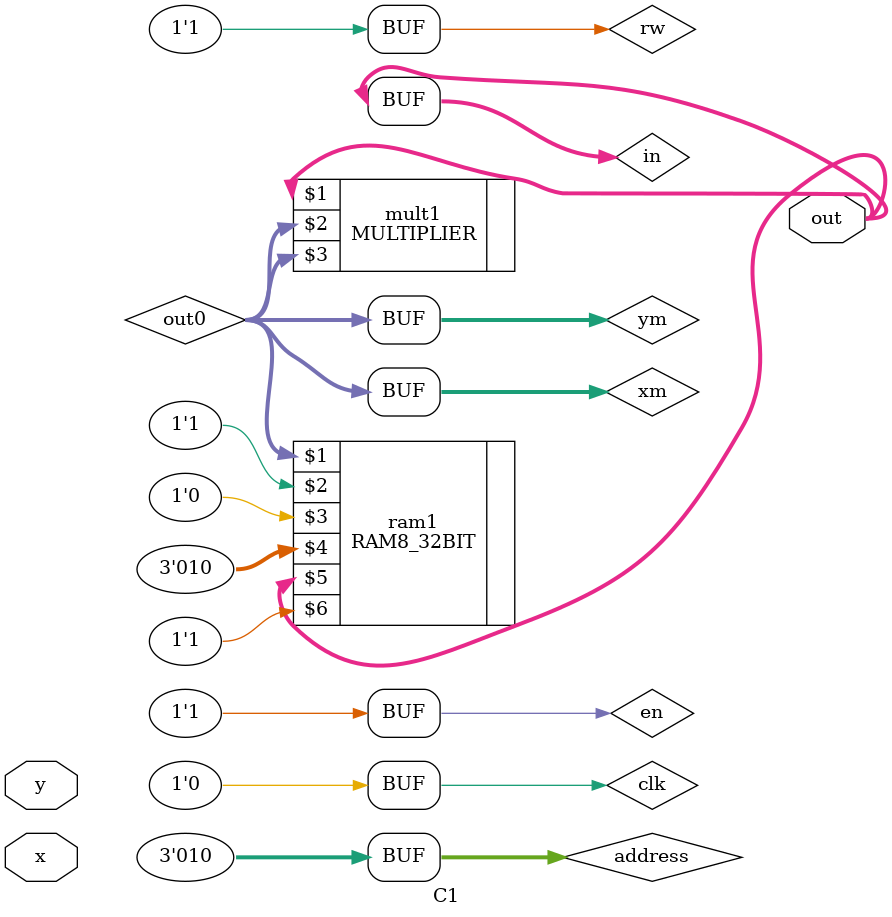
<source format=v>
module C1(out,x,y);
input[31:0]x,y;
output[31:0]out;
wire[31:0]out0;
reg en,clk,rw;
reg[31:0]in;
reg[2:0]address;
reg[31:0] xm,ym;
//RAM8_32BIT(out,en,clk,address,in,rw)
MULTIPLIER mult1(out,ym,xm);
RAM8_32BIT ram1(out0,en,clk,address,in,rw);
initial
begin
	en = 1'b1;address = 3'b000;#2;in = x;#2;rw = 1'b1;#2;
	clk = 1'b0;#2;clk = 1'b1;#2;clk = 1'b0;#2;
	clk = 1'b0;#2;clk = 1'b1;#2;clk = 1'b0;#2;	
	
	en = 1'b1;address = 3'b001;#2;in = y;#2;rw = 1'b1;#2;
	clk = 1'b0;#2;clk = 1'b1;#2;clk = 1'b0;#2;
	clk = 1'b0;#2;clk = 1'b1;#2;clk = 1'b0;#2;
	
	xm = out0;#2;rw = 0;#2; address = 0;
	clk = 1'b0;#2;clk = 1'b1;#2;clk = 1'b0;#2;
	clk = 1'b0;#2;clk = 1'b1;#2;clk = 1'b0;#2;
	
	ym = out0;#2;rw = 0;#2; address = 1;#2;
	clk = 1'b0;#2;clk = 1'b1;#2;clk = 1'b0;#2;
	clk = 1'b0;#2;clk = 1'b1;#2;clk = 1'b0;#2;
	
	en = 1'b1;address = 3'b010;#2;in = out;#2;rw = 1'b1;#2;
	clk = 1'b0;#2;clk = 1'b1;#2;clk = 1'b0;#2;
	clk = 1'b0;#2;clk = 1'b1;#2;clk = 1'b0;#2;	
end
endmodule

</source>
